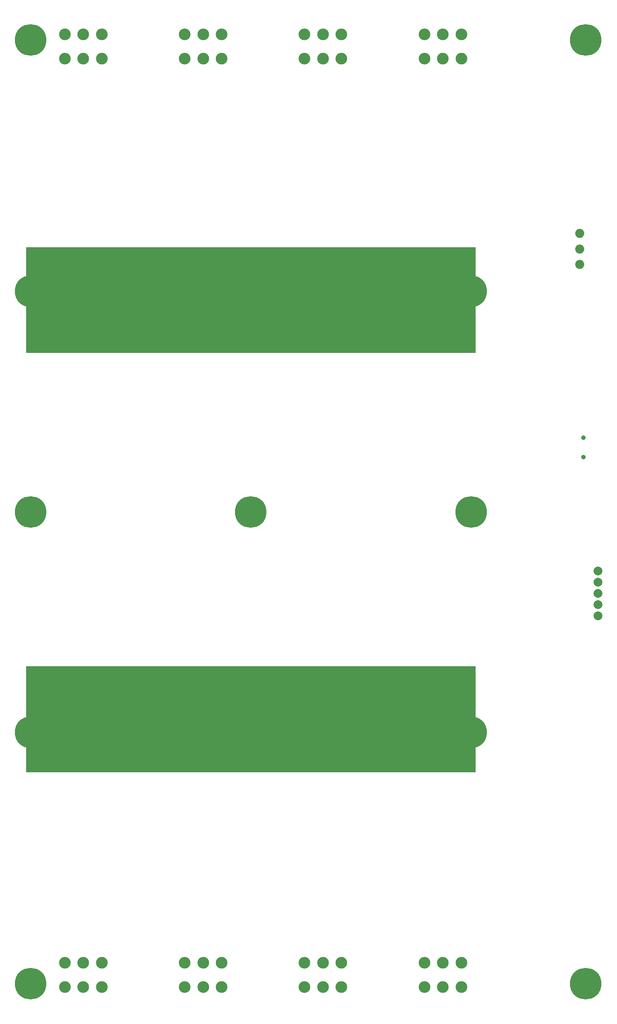
<source format=gbs>
%FSLAX25Y25*%
%MOIN*%
G70*
G01*
G75*
G04 Layer_Color=16711935*
%ADD10R,0.02165X0.00787*%
G04:AMPARAMS|DCode=11|XSize=68.9mil|YSize=55.12mil|CornerRadius=7.99mil|HoleSize=0mil|Usage=FLASHONLY|Rotation=0.000|XOffset=0mil|YOffset=0mil|HoleType=Round|Shape=RoundedRectangle|*
%AMROUNDEDRECTD11*
21,1,0.06890,0.03913,0,0,0.0*
21,1,0.05291,0.05512,0,0,0.0*
1,1,0.01598,0.02646,-0.01957*
1,1,0.01598,-0.02646,-0.01957*
1,1,0.01598,-0.02646,0.01957*
1,1,0.01598,0.02646,0.01957*
%
%ADD11ROUNDEDRECTD11*%
G04:AMPARAMS|DCode=12|XSize=55.12mil|YSize=47.24mil|CornerRadius=7.8mil|HoleSize=0mil|Usage=FLASHONLY|Rotation=0.000|XOffset=0mil|YOffset=0mil|HoleType=Round|Shape=RoundedRectangle|*
%AMROUNDEDRECTD12*
21,1,0.05512,0.03165,0,0,0.0*
21,1,0.03953,0.04724,0,0,0.0*
1,1,0.01559,0.01976,-0.01583*
1,1,0.01559,-0.01976,-0.01583*
1,1,0.01559,-0.01976,0.01583*
1,1,0.01559,0.01976,0.01583*
%
%ADD12ROUNDEDRECTD12*%
G04:AMPARAMS|DCode=13|XSize=45.28mil|YSize=41.34mil|CornerRadius=7.85mil|HoleSize=0mil|Usage=FLASHONLY|Rotation=0.000|XOffset=0mil|YOffset=0mil|HoleType=Round|Shape=RoundedRectangle|*
%AMROUNDEDRECTD13*
21,1,0.04528,0.02563,0,0,0.0*
21,1,0.02957,0.04134,0,0,0.0*
1,1,0.01571,0.01478,-0.01282*
1,1,0.01571,-0.01478,-0.01282*
1,1,0.01571,-0.01478,0.01282*
1,1,0.01571,0.01478,0.01282*
%
%ADD13ROUNDEDRECTD13*%
G04:AMPARAMS|DCode=14|XSize=200.79mil|YSize=171.26mil|CornerRadius=7.71mil|HoleSize=0mil|Usage=FLASHONLY|Rotation=180.000|XOffset=0mil|YOffset=0mil|HoleType=Round|Shape=RoundedRectangle|*
%AMROUNDEDRECTD14*
21,1,0.20079,0.15585,0,0,180.0*
21,1,0.18537,0.17126,0,0,180.0*
1,1,0.01541,-0.09269,0.07792*
1,1,0.01541,0.09269,0.07792*
1,1,0.01541,0.09269,-0.07792*
1,1,0.01541,-0.09269,-0.07792*
%
%ADD14ROUNDEDRECTD14*%
%ADD15C,0.03937*%
%ADD16C,0.01772*%
G04:AMPARAMS|DCode=17|XSize=57.09mil|YSize=19.69mil|CornerRadius=7.87mil|HoleSize=0mil|Usage=FLASHONLY|Rotation=270.000|XOffset=0mil|YOffset=0mil|HoleType=Round|Shape=RoundedRectangle|*
%AMROUNDEDRECTD17*
21,1,0.05709,0.00394,0,0,270.0*
21,1,0.04134,0.01969,0,0,270.0*
1,1,0.01575,-0.00197,-0.02067*
1,1,0.01575,-0.00197,0.02067*
1,1,0.01575,0.00197,0.02067*
1,1,0.01575,0.00197,-0.02067*
%
%ADD17ROUNDEDRECTD17*%
%ADD18O,0.05906X0.01181*%
%ADD19O,0.01181X0.05906*%
G04:AMPARAMS|DCode=20|XSize=90.55mil|YSize=19.69mil|CornerRadius=7.87mil|HoleSize=0mil|Usage=FLASHONLY|Rotation=180.000|XOffset=0mil|YOffset=0mil|HoleType=Round|Shape=RoundedRectangle|*
%AMROUNDEDRECTD20*
21,1,0.09055,0.00394,0,0,180.0*
21,1,0.07480,0.01969,0,0,180.0*
1,1,0.01575,-0.03740,0.00197*
1,1,0.01575,0.03740,0.00197*
1,1,0.01575,0.03740,-0.00197*
1,1,0.01575,-0.03740,-0.00197*
%
%ADD20ROUNDEDRECTD20*%
G04:AMPARAMS|DCode=21|XSize=98.43mil|YSize=78.74mil|CornerRadius=7.87mil|HoleSize=0mil|Usage=FLASHONLY|Rotation=180.000|XOffset=0mil|YOffset=0mil|HoleType=Round|Shape=RoundedRectangle|*
%AMROUNDEDRECTD21*
21,1,0.09843,0.06299,0,0,180.0*
21,1,0.08268,0.07874,0,0,180.0*
1,1,0.01575,-0.04134,0.03150*
1,1,0.01575,0.04134,0.03150*
1,1,0.01575,0.04134,-0.03150*
1,1,0.01575,-0.04134,-0.03150*
%
%ADD21ROUNDEDRECTD21*%
G04:AMPARAMS|DCode=22|XSize=41.34mil|YSize=25.59mil|CornerRadius=7.93mil|HoleSize=0mil|Usage=FLASHONLY|Rotation=180.000|XOffset=0mil|YOffset=0mil|HoleType=Round|Shape=RoundedRectangle|*
%AMROUNDEDRECTD22*
21,1,0.04134,0.00972,0,0,180.0*
21,1,0.02547,0.02559,0,0,180.0*
1,1,0.01587,-0.01274,0.00486*
1,1,0.01587,0.01274,0.00486*
1,1,0.01587,0.01274,-0.00486*
1,1,0.01587,-0.01274,-0.00486*
%
%ADD22ROUNDEDRECTD22*%
G04:AMPARAMS|DCode=23|XSize=192.91mil|YSize=62.99mil|CornerRadius=7.87mil|HoleSize=0mil|Usage=FLASHONLY|Rotation=180.000|XOffset=0mil|YOffset=0mil|HoleType=Round|Shape=RoundedRectangle|*
%AMROUNDEDRECTD23*
21,1,0.19291,0.04724,0,0,180.0*
21,1,0.17716,0.06299,0,0,180.0*
1,1,0.01575,-0.08858,0.02362*
1,1,0.01575,0.08858,0.02362*
1,1,0.01575,0.08858,-0.02362*
1,1,0.01575,-0.08858,-0.02362*
%
%ADD23ROUNDEDRECTD23*%
G04:AMPARAMS|DCode=24|XSize=112.21mil|YSize=39.37mil|CornerRadius=7.87mil|HoleSize=0mil|Usage=FLASHONLY|Rotation=0.000|XOffset=0mil|YOffset=0mil|HoleType=Round|Shape=RoundedRectangle|*
%AMROUNDEDRECTD24*
21,1,0.11221,0.02362,0,0,0.0*
21,1,0.09646,0.03937,0,0,0.0*
1,1,0.01575,0.04823,-0.01181*
1,1,0.01575,-0.04823,-0.01181*
1,1,0.01575,-0.04823,0.01181*
1,1,0.01575,0.04823,0.01181*
%
%ADD24ROUNDEDRECTD24*%
G04:AMPARAMS|DCode=25|XSize=253.94mil|YSize=236.22mil|CornerRadius=8.27mil|HoleSize=0mil|Usage=FLASHONLY|Rotation=0.000|XOffset=0mil|YOffset=0mil|HoleType=Round|Shape=RoundedRectangle|*
%AMROUNDEDRECTD25*
21,1,0.25394,0.21968,0,0,0.0*
21,1,0.23740,0.23622,0,0,0.0*
1,1,0.01654,0.11870,-0.10984*
1,1,0.01654,-0.11870,-0.10984*
1,1,0.01654,-0.11870,0.10984*
1,1,0.01654,0.11870,0.10984*
%
%ADD25ROUNDEDRECTD25*%
G04:AMPARAMS|DCode=26|XSize=358.27mil|YSize=340.55mil|CornerRadius=8.51mil|HoleSize=0mil|Usage=FLASHONLY|Rotation=90.000|XOffset=0mil|YOffset=0mil|HoleType=Round|Shape=RoundedRectangle|*
%AMROUNDEDRECTD26*
21,1,0.35827,0.32352,0,0,90.0*
21,1,0.34124,0.34055,0,0,90.0*
1,1,0.01703,0.16176,0.17062*
1,1,0.01703,0.16176,-0.17062*
1,1,0.01703,-0.16176,-0.17062*
1,1,0.01703,-0.16176,0.17062*
%
%ADD26ROUNDEDRECTD26*%
G04:AMPARAMS|DCode=27|XSize=147.64mil|YSize=41.34mil|CornerRadius=7.85mil|HoleSize=0mil|Usage=FLASHONLY|Rotation=0.000|XOffset=0mil|YOffset=0mil|HoleType=Round|Shape=RoundedRectangle|*
%AMROUNDEDRECTD27*
21,1,0.14764,0.02563,0,0,0.0*
21,1,0.13193,0.04134,0,0,0.0*
1,1,0.01571,0.06597,-0.01282*
1,1,0.01571,-0.06597,-0.01282*
1,1,0.01571,-0.06597,0.01282*
1,1,0.01571,0.06597,0.01282*
%
%ADD27ROUNDEDRECTD27*%
%ADD28C,0.00787*%
%ADD29O,0.03347X0.00984*%
%ADD30O,0.05512X0.02362*%
%ADD31O,0.02362X0.05512*%
%ADD32O,0.06102X0.02362*%
%ADD33O,0.02362X0.06102*%
G04:AMPARAMS|DCode=34|XSize=25.59mil|YSize=19.69mil|CornerRadius=7.87mil|HoleSize=0mil|Usage=FLASHONLY|Rotation=0.000|XOffset=0mil|YOffset=0mil|HoleType=Round|Shape=RoundedRectangle|*
%AMROUNDEDRECTD34*
21,1,0.02559,0.00394,0,0,0.0*
21,1,0.00984,0.01969,0,0,0.0*
1,1,0.01575,0.00492,-0.00197*
1,1,0.01575,-0.00492,-0.00197*
1,1,0.01575,-0.00492,0.00197*
1,1,0.01575,0.00492,0.00197*
%
%ADD34ROUNDEDRECTD34*%
G04:AMPARAMS|DCode=35|XSize=106.3mil|YSize=45.28mil|CornerRadius=7.92mil|HoleSize=0mil|Usage=FLASHONLY|Rotation=0.000|XOffset=0mil|YOffset=0mil|HoleType=Round|Shape=RoundedRectangle|*
%AMROUNDEDRECTD35*
21,1,0.10630,0.02943,0,0,0.0*
21,1,0.09045,0.04528,0,0,0.0*
1,1,0.01585,0.04523,-0.01472*
1,1,0.01585,-0.04523,-0.01472*
1,1,0.01585,-0.04523,0.01472*
1,1,0.01585,0.04523,0.01472*
%
%ADD35ROUNDEDRECTD35*%
G04:AMPARAMS|DCode=36|XSize=106.3mil|YSize=45.28mil|CornerRadius=7.92mil|HoleSize=0mil|Usage=FLASHONLY|Rotation=270.000|XOffset=0mil|YOffset=0mil|HoleType=Round|Shape=RoundedRectangle|*
%AMROUNDEDRECTD36*
21,1,0.10630,0.02943,0,0,270.0*
21,1,0.09045,0.04528,0,0,270.0*
1,1,0.01585,-0.01472,-0.04523*
1,1,0.01585,-0.01472,0.04523*
1,1,0.01585,0.01472,0.04523*
1,1,0.01585,0.01472,-0.04523*
%
%ADD36ROUNDEDRECTD36*%
G04:AMPARAMS|DCode=37|XSize=57.09mil|YSize=45.28mil|CornerRadius=7.92mil|HoleSize=0mil|Usage=FLASHONLY|Rotation=0.000|XOffset=0mil|YOffset=0mil|HoleType=Round|Shape=RoundedRectangle|*
%AMROUNDEDRECTD37*
21,1,0.05709,0.02943,0,0,0.0*
21,1,0.04124,0.04528,0,0,0.0*
1,1,0.01585,0.02062,-0.01472*
1,1,0.01585,-0.02062,-0.01472*
1,1,0.01585,-0.02062,0.01472*
1,1,0.01585,0.02062,0.01472*
%
%ADD37ROUNDEDRECTD37*%
G04:AMPARAMS|DCode=38|XSize=57.09mil|YSize=45.28mil|CornerRadius=7.92mil|HoleSize=0mil|Usage=FLASHONLY|Rotation=90.000|XOffset=0mil|YOffset=0mil|HoleType=Round|Shape=RoundedRectangle|*
%AMROUNDEDRECTD38*
21,1,0.05709,0.02943,0,0,90.0*
21,1,0.04124,0.04528,0,0,90.0*
1,1,0.01585,0.01472,0.02062*
1,1,0.01585,0.01472,-0.02062*
1,1,0.01585,-0.01472,-0.02062*
1,1,0.01585,-0.01472,0.02062*
%
%ADD38ROUNDEDRECTD38*%
G04:AMPARAMS|DCode=39|XSize=68.9mil|YSize=41.34mil|CornerRadius=7.85mil|HoleSize=0mil|Usage=FLASHONLY|Rotation=270.000|XOffset=0mil|YOffset=0mil|HoleType=Round|Shape=RoundedRectangle|*
%AMROUNDEDRECTD39*
21,1,0.06890,0.02563,0,0,270.0*
21,1,0.05319,0.04134,0,0,270.0*
1,1,0.01571,-0.01282,-0.02660*
1,1,0.01571,-0.01282,0.02660*
1,1,0.01571,0.01282,0.02660*
1,1,0.01571,0.01282,-0.02660*
%
%ADD39ROUNDEDRECTD39*%
G04:AMPARAMS|DCode=40|XSize=68.9mil|YSize=41.34mil|CornerRadius=7.85mil|HoleSize=0mil|Usage=FLASHONLY|Rotation=180.000|XOffset=0mil|YOffset=0mil|HoleType=Round|Shape=RoundedRectangle|*
%AMROUNDEDRECTD40*
21,1,0.06890,0.02563,0,0,180.0*
21,1,0.05319,0.04134,0,0,180.0*
1,1,0.01571,-0.02660,0.01282*
1,1,0.01571,0.02660,0.01282*
1,1,0.01571,0.02660,-0.01282*
1,1,0.01571,-0.02660,-0.01282*
%
%ADD40ROUNDEDRECTD40*%
G04:AMPARAMS|DCode=41|XSize=47.24mil|YSize=47.24mil|CornerRadius=7.8mil|HoleSize=0mil|Usage=FLASHONLY|Rotation=0.000|XOffset=0mil|YOffset=0mil|HoleType=Round|Shape=RoundedRectangle|*
%AMROUNDEDRECTD41*
21,1,0.04724,0.03165,0,0,0.0*
21,1,0.03165,0.04724,0,0,0.0*
1,1,0.01559,0.01583,-0.01583*
1,1,0.01559,-0.01583,-0.01583*
1,1,0.01559,-0.01583,0.01583*
1,1,0.01559,0.01583,0.01583*
%
%ADD41ROUNDEDRECTD41*%
G04:AMPARAMS|DCode=42|XSize=39.37mil|YSize=35.43mil|CornerRadius=7.8mil|HoleSize=0mil|Usage=FLASHONLY|Rotation=0.000|XOffset=0mil|YOffset=0mil|HoleType=Round|Shape=RoundedRectangle|*
%AMROUNDEDRECTD42*
21,1,0.03937,0.01984,0,0,0.0*
21,1,0.02378,0.03543,0,0,0.0*
1,1,0.01559,0.01189,-0.00992*
1,1,0.01559,-0.01189,-0.00992*
1,1,0.01559,-0.01189,0.00992*
1,1,0.01559,0.01189,0.00992*
%
%ADD42ROUNDEDRECTD42*%
G04:AMPARAMS|DCode=43|XSize=39.37mil|YSize=35.43mil|CornerRadius=7.8mil|HoleSize=0mil|Usage=FLASHONLY|Rotation=270.000|XOffset=0mil|YOffset=0mil|HoleType=Round|Shape=RoundedRectangle|*
%AMROUNDEDRECTD43*
21,1,0.03937,0.01984,0,0,270.0*
21,1,0.02378,0.03543,0,0,270.0*
1,1,0.01559,-0.00992,-0.01189*
1,1,0.01559,-0.00992,0.01189*
1,1,0.01559,0.00992,0.01189*
1,1,0.01559,0.00992,-0.01189*
%
%ADD43ROUNDEDRECTD43*%
G04:AMPARAMS|DCode=44|XSize=39.37mil|YSize=37.4mil|CornerRadius=7.85mil|HoleSize=0mil|Usage=FLASHONLY|Rotation=270.000|XOffset=0mil|YOffset=0mil|HoleType=Round|Shape=RoundedRectangle|*
%AMROUNDEDRECTD44*
21,1,0.03937,0.02169,0,0,270.0*
21,1,0.02366,0.03740,0,0,270.0*
1,1,0.01571,-0.01085,-0.01183*
1,1,0.01571,-0.01085,0.01183*
1,1,0.01571,0.01085,0.01183*
1,1,0.01571,0.01085,-0.01183*
%
%ADD44ROUNDEDRECTD44*%
G04:AMPARAMS|DCode=45|XSize=39.37mil|YSize=37.4mil|CornerRadius=7.85mil|HoleSize=0mil|Usage=FLASHONLY|Rotation=0.000|XOffset=0mil|YOffset=0mil|HoleType=Round|Shape=RoundedRectangle|*
%AMROUNDEDRECTD45*
21,1,0.03937,0.02169,0,0,0.0*
21,1,0.02366,0.03740,0,0,0.0*
1,1,0.01571,0.01183,-0.01085*
1,1,0.01571,-0.01183,-0.01085*
1,1,0.01571,-0.01183,0.01085*
1,1,0.01571,0.01183,0.01085*
%
%ADD45ROUNDEDRECTD45*%
G04:AMPARAMS|DCode=46|XSize=24.41mil|YSize=24.41mil|CornerRadius=5.86mil|HoleSize=0mil|Usage=FLASHONLY|Rotation=0.000|XOffset=0mil|YOffset=0mil|HoleType=Round|Shape=RoundedRectangle|*
%AMROUNDEDRECTD46*
21,1,0.02441,0.01269,0,0,0.0*
21,1,0.01269,0.02441,0,0,0.0*
1,1,0.01172,0.00635,-0.00635*
1,1,0.01172,-0.00635,-0.00635*
1,1,0.01172,-0.00635,0.00635*
1,1,0.01172,0.00635,0.00635*
%
%ADD46ROUNDEDRECTD46*%
G04:AMPARAMS|DCode=47|XSize=24.41mil|YSize=24.41mil|CornerRadius=5.86mil|HoleSize=0mil|Usage=FLASHONLY|Rotation=270.000|XOffset=0mil|YOffset=0mil|HoleType=Round|Shape=RoundedRectangle|*
%AMROUNDEDRECTD47*
21,1,0.02441,0.01269,0,0,270.0*
21,1,0.01269,0.02441,0,0,270.0*
1,1,0.01172,-0.00635,-0.00635*
1,1,0.01172,-0.00635,0.00635*
1,1,0.01172,0.00635,0.00635*
1,1,0.01172,0.00635,-0.00635*
%
%ADD47ROUNDEDRECTD47*%
G04:AMPARAMS|DCode=48|XSize=17.32mil|YSize=16.54mil|CornerRadius=3.97mil|HoleSize=0mil|Usage=FLASHONLY|Rotation=0.000|XOffset=0mil|YOffset=0mil|HoleType=Round|Shape=RoundedRectangle|*
%AMROUNDEDRECTD48*
21,1,0.01732,0.00860,0,0,0.0*
21,1,0.00939,0.01654,0,0,0.0*
1,1,0.00794,0.00469,-0.00430*
1,1,0.00794,-0.00469,-0.00430*
1,1,0.00794,-0.00469,0.00430*
1,1,0.00794,0.00469,0.00430*
%
%ADD48ROUNDEDRECTD48*%
G04:AMPARAMS|DCode=49|XSize=43.31mil|YSize=21.65mil|CornerRadius=7.9mil|HoleSize=0mil|Usage=FLASHONLY|Rotation=270.000|XOffset=0mil|YOffset=0mil|HoleType=Round|Shape=RoundedRectangle|*
%AMROUNDEDRECTD49*
21,1,0.04331,0.00585,0,0,270.0*
21,1,0.02750,0.02165,0,0,270.0*
1,1,0.01581,-0.00292,-0.01375*
1,1,0.01581,-0.00292,0.01375*
1,1,0.01581,0.00292,0.01375*
1,1,0.01581,0.00292,-0.01375*
%
%ADD49ROUNDEDRECTD49*%
G04:AMPARAMS|DCode=50|XSize=43.31mil|YSize=21.65mil|CornerRadius=7.9mil|HoleSize=0mil|Usage=FLASHONLY|Rotation=180.000|XOffset=0mil|YOffset=0mil|HoleType=Round|Shape=RoundedRectangle|*
%AMROUNDEDRECTD50*
21,1,0.04331,0.00585,0,0,180.0*
21,1,0.02750,0.02165,0,0,180.0*
1,1,0.01581,-0.01375,0.00292*
1,1,0.01581,0.01375,0.00292*
1,1,0.01581,0.01375,-0.00292*
1,1,0.01581,-0.01375,-0.00292*
%
%ADD50ROUNDEDRECTD50*%
G04:AMPARAMS|DCode=51|XSize=129.92mil|YSize=98.43mil|CornerRadius=7.87mil|HoleSize=0mil|Usage=FLASHONLY|Rotation=0.000|XOffset=0mil|YOffset=0mil|HoleType=Round|Shape=RoundedRectangle|*
%AMROUNDEDRECTD51*
21,1,0.12992,0.08268,0,0,0.0*
21,1,0.11417,0.09843,0,0,0.0*
1,1,0.01575,0.05709,-0.04134*
1,1,0.01575,-0.05709,-0.04134*
1,1,0.01575,-0.05709,0.04134*
1,1,0.01575,0.05709,0.04134*
%
%ADD51ROUNDEDRECTD51*%
G04:AMPARAMS|DCode=52|XSize=98.43mil|YSize=66.93mil|CornerRadius=8.03mil|HoleSize=0mil|Usage=FLASHONLY|Rotation=90.000|XOffset=0mil|YOffset=0mil|HoleType=Round|Shape=RoundedRectangle|*
%AMROUNDEDRECTD52*
21,1,0.09843,0.05087,0,0,90.0*
21,1,0.08236,0.06693,0,0,90.0*
1,1,0.01606,0.02543,0.04118*
1,1,0.01606,0.02543,-0.04118*
1,1,0.01606,-0.02543,-0.04118*
1,1,0.01606,-0.02543,0.04118*
%
%ADD52ROUNDEDRECTD52*%
%ADD53C,0.01969*%
%ADD54C,0.00984*%
%ADD55C,0.01181*%
%ADD56C,0.00787*%
%ADD57C,0.03937*%
%ADD58C,0.00591*%
%ADD59C,0.00512*%
%ADD60C,0.01969*%
%ADD61C,0.07284*%
%ADD62C,0.09843*%
%ADD63C,0.07480*%
%ADD64C,0.27559*%
%ADD65C,0.02362*%
%ADD66C,0.00394*%
%ADD67C,0.00197*%
%ADD68C,0.19685*%
%ADD69C,0.00098*%
%ADD70C,0.00167*%
%ADD71C,0.00148*%
%ADD72C,0.00000*%
%ADD73R,0.02559X0.01181*%
G04:AMPARAMS|DCode=74|XSize=74.8mil|YSize=61.02mil|CornerRadius=10.95mil|HoleSize=0mil|Usage=FLASHONLY|Rotation=0.000|XOffset=0mil|YOffset=0mil|HoleType=Round|Shape=RoundedRectangle|*
%AMROUNDEDRECTD74*
21,1,0.07480,0.03913,0,0,0.0*
21,1,0.05291,0.06102,0,0,0.0*
1,1,0.02189,0.02646,-0.01957*
1,1,0.02189,-0.02646,-0.01957*
1,1,0.02189,-0.02646,0.01957*
1,1,0.02189,0.02646,0.01957*
%
%ADD74ROUNDEDRECTD74*%
G04:AMPARAMS|DCode=75|XSize=61.02mil|YSize=53.15mil|CornerRadius=10.75mil|HoleSize=0mil|Usage=FLASHONLY|Rotation=0.000|XOffset=0mil|YOffset=0mil|HoleType=Round|Shape=RoundedRectangle|*
%AMROUNDEDRECTD75*
21,1,0.06102,0.03165,0,0,0.0*
21,1,0.03953,0.05315,0,0,0.0*
1,1,0.02150,0.01976,-0.01583*
1,1,0.02150,-0.01976,-0.01583*
1,1,0.02150,-0.01976,0.01583*
1,1,0.02150,0.01976,0.01583*
%
%ADD75ROUNDEDRECTD75*%
G04:AMPARAMS|DCode=76|XSize=51.18mil|YSize=47.24mil|CornerRadius=10.81mil|HoleSize=0mil|Usage=FLASHONLY|Rotation=0.000|XOffset=0mil|YOffset=0mil|HoleType=Round|Shape=RoundedRectangle|*
%AMROUNDEDRECTD76*
21,1,0.05118,0.02563,0,0,0.0*
21,1,0.02957,0.04724,0,0,0.0*
1,1,0.02161,0.01478,-0.01282*
1,1,0.02161,-0.01478,-0.01282*
1,1,0.02161,-0.01478,0.01282*
1,1,0.02161,0.01478,0.01282*
%
%ADD76ROUNDEDRECTD76*%
G04:AMPARAMS|DCode=77|XSize=206.69mil|YSize=177.16mil|CornerRadius=10.66mil|HoleSize=0mil|Usage=FLASHONLY|Rotation=180.000|XOffset=0mil|YOffset=0mil|HoleType=Round|Shape=RoundedRectangle|*
%AMROUNDEDRECTD77*
21,1,0.20669,0.15585,0,0,180.0*
21,1,0.18537,0.17716,0,0,180.0*
1,1,0.02132,-0.09269,0.07792*
1,1,0.02132,0.09269,0.07792*
1,1,0.02132,0.09269,-0.07792*
1,1,0.02132,-0.09269,-0.07792*
%
%ADD77ROUNDEDRECTD77*%
%ADD78C,0.07874*%
%ADD79C,0.02572*%
G04:AMPARAMS|DCode=80|XSize=62.99mil|YSize=25.59mil|CornerRadius=10.83mil|HoleSize=0mil|Usage=FLASHONLY|Rotation=270.000|XOffset=0mil|YOffset=0mil|HoleType=Round|Shape=RoundedRectangle|*
%AMROUNDEDRECTD80*
21,1,0.06299,0.00394,0,0,270.0*
21,1,0.04134,0.02559,0,0,270.0*
1,1,0.02165,-0.00197,-0.02067*
1,1,0.02165,-0.00197,0.02067*
1,1,0.02165,0.00197,0.02067*
1,1,0.02165,0.00197,-0.02067*
%
%ADD80ROUNDEDRECTD80*%
%ADD81O,0.06299X0.01575*%
%ADD82O,0.01575X0.06299*%
G04:AMPARAMS|DCode=83|XSize=96.46mil|YSize=25.59mil|CornerRadius=10.83mil|HoleSize=0mil|Usage=FLASHONLY|Rotation=180.000|XOffset=0mil|YOffset=0mil|HoleType=Round|Shape=RoundedRectangle|*
%AMROUNDEDRECTD83*
21,1,0.09646,0.00394,0,0,180.0*
21,1,0.07480,0.02559,0,0,180.0*
1,1,0.02165,-0.03740,0.00197*
1,1,0.02165,0.03740,0.00197*
1,1,0.02165,0.03740,-0.00197*
1,1,0.02165,-0.03740,-0.00197*
%
%ADD83ROUNDEDRECTD83*%
G04:AMPARAMS|DCode=84|XSize=104.33mil|YSize=84.65mil|CornerRadius=10.83mil|HoleSize=0mil|Usage=FLASHONLY|Rotation=180.000|XOffset=0mil|YOffset=0mil|HoleType=Round|Shape=RoundedRectangle|*
%AMROUNDEDRECTD84*
21,1,0.10433,0.06299,0,0,180.0*
21,1,0.08268,0.08465,0,0,180.0*
1,1,0.02165,-0.04134,0.03150*
1,1,0.02165,0.04134,0.03150*
1,1,0.02165,0.04134,-0.03150*
1,1,0.02165,-0.04134,-0.03150*
%
%ADD84ROUNDEDRECTD84*%
G04:AMPARAMS|DCode=85|XSize=47.24mil|YSize=31.5mil|CornerRadius=10.89mil|HoleSize=0mil|Usage=FLASHONLY|Rotation=180.000|XOffset=0mil|YOffset=0mil|HoleType=Round|Shape=RoundedRectangle|*
%AMROUNDEDRECTD85*
21,1,0.04724,0.00972,0,0,180.0*
21,1,0.02547,0.03150,0,0,180.0*
1,1,0.02177,-0.01274,0.00486*
1,1,0.02177,0.01274,0.00486*
1,1,0.02177,0.01274,-0.00486*
1,1,0.02177,-0.01274,-0.00486*
%
%ADD85ROUNDEDRECTD85*%
G04:AMPARAMS|DCode=86|XSize=198.82mil|YSize=68.9mil|CornerRadius=10.83mil|HoleSize=0mil|Usage=FLASHONLY|Rotation=180.000|XOffset=0mil|YOffset=0mil|HoleType=Round|Shape=RoundedRectangle|*
%AMROUNDEDRECTD86*
21,1,0.19882,0.04724,0,0,180.0*
21,1,0.17716,0.06890,0,0,180.0*
1,1,0.02165,-0.08858,0.02362*
1,1,0.02165,0.08858,0.02362*
1,1,0.02165,0.08858,-0.02362*
1,1,0.02165,-0.08858,-0.02362*
%
%ADD86ROUNDEDRECTD86*%
G04:AMPARAMS|DCode=87|XSize=118.11mil|YSize=45.28mil|CornerRadius=10.83mil|HoleSize=0mil|Usage=FLASHONLY|Rotation=0.000|XOffset=0mil|YOffset=0mil|HoleType=Round|Shape=RoundedRectangle|*
%AMROUNDEDRECTD87*
21,1,0.11811,0.02362,0,0,0.0*
21,1,0.09646,0.04528,0,0,0.0*
1,1,0.02165,0.04823,-0.01181*
1,1,0.02165,-0.04823,-0.01181*
1,1,0.02165,-0.04823,0.01181*
1,1,0.02165,0.04823,0.01181*
%
%ADD87ROUNDEDRECTD87*%
G04:AMPARAMS|DCode=88|XSize=259.84mil|YSize=242.13mil|CornerRadius=11.22mil|HoleSize=0mil|Usage=FLASHONLY|Rotation=0.000|XOffset=0mil|YOffset=0mil|HoleType=Round|Shape=RoundedRectangle|*
%AMROUNDEDRECTD88*
21,1,0.25984,0.21968,0,0,0.0*
21,1,0.23740,0.24213,0,0,0.0*
1,1,0.02244,0.11870,-0.10984*
1,1,0.02244,-0.11870,-0.10984*
1,1,0.02244,-0.11870,0.10984*
1,1,0.02244,0.11870,0.10984*
%
%ADD88ROUNDEDRECTD88*%
G04:AMPARAMS|DCode=89|XSize=364.17mil|YSize=346.46mil|CornerRadius=11.47mil|HoleSize=0mil|Usage=FLASHONLY|Rotation=90.000|XOffset=0mil|YOffset=0mil|HoleType=Round|Shape=RoundedRectangle|*
%AMROUNDEDRECTD89*
21,1,0.36417,0.32352,0,0,90.0*
21,1,0.34124,0.34646,0,0,90.0*
1,1,0.02293,0.16176,0.17062*
1,1,0.02293,0.16176,-0.17062*
1,1,0.02293,-0.16176,-0.17062*
1,1,0.02293,-0.16176,0.17062*
%
%ADD89ROUNDEDRECTD89*%
G04:AMPARAMS|DCode=90|XSize=153.54mil|YSize=47.24mil|CornerRadius=10.81mil|HoleSize=0mil|Usage=FLASHONLY|Rotation=0.000|XOffset=0mil|YOffset=0mil|HoleType=Round|Shape=RoundedRectangle|*
%AMROUNDEDRECTD90*
21,1,0.15354,0.02563,0,0,0.0*
21,1,0.13193,0.04724,0,0,0.0*
1,1,0.02161,0.06597,-0.01282*
1,1,0.02161,-0.06597,-0.01282*
1,1,0.02161,-0.06597,0.01282*
1,1,0.02161,0.06597,0.01282*
%
%ADD90ROUNDEDRECTD90*%
%ADD91C,0.01587*%
%ADD92O,0.03740X0.01378*%
%ADD93O,0.06102X0.02953*%
%ADD94O,0.02953X0.06102*%
%ADD95O,0.06693X0.02953*%
%ADD96O,0.02953X0.06693*%
G04:AMPARAMS|DCode=97|XSize=31.5mil|YSize=25.59mil|CornerRadius=10.83mil|HoleSize=0mil|Usage=FLASHONLY|Rotation=0.000|XOffset=0mil|YOffset=0mil|HoleType=Round|Shape=RoundedRectangle|*
%AMROUNDEDRECTD97*
21,1,0.03150,0.00394,0,0,0.0*
21,1,0.00984,0.02559,0,0,0.0*
1,1,0.02165,0.00492,-0.00197*
1,1,0.02165,-0.00492,-0.00197*
1,1,0.02165,-0.00492,0.00197*
1,1,0.02165,0.00492,0.00197*
%
%ADD97ROUNDEDRECTD97*%
G04:AMPARAMS|DCode=98|XSize=112.21mil|YSize=51.18mil|CornerRadius=10.88mil|HoleSize=0mil|Usage=FLASHONLY|Rotation=0.000|XOffset=0mil|YOffset=0mil|HoleType=Round|Shape=RoundedRectangle|*
%AMROUNDEDRECTD98*
21,1,0.11221,0.02943,0,0,0.0*
21,1,0.09045,0.05118,0,0,0.0*
1,1,0.02175,0.04523,-0.01472*
1,1,0.02175,-0.04523,-0.01472*
1,1,0.02175,-0.04523,0.01472*
1,1,0.02175,0.04523,0.01472*
%
%ADD98ROUNDEDRECTD98*%
G04:AMPARAMS|DCode=99|XSize=112.21mil|YSize=51.18mil|CornerRadius=10.88mil|HoleSize=0mil|Usage=FLASHONLY|Rotation=270.000|XOffset=0mil|YOffset=0mil|HoleType=Round|Shape=RoundedRectangle|*
%AMROUNDEDRECTD99*
21,1,0.11221,0.02943,0,0,270.0*
21,1,0.09045,0.05118,0,0,270.0*
1,1,0.02175,-0.01472,-0.04523*
1,1,0.02175,-0.01472,0.04523*
1,1,0.02175,0.01472,0.04523*
1,1,0.02175,0.01472,-0.04523*
%
%ADD99ROUNDEDRECTD99*%
G04:AMPARAMS|DCode=100|XSize=62.99mil|YSize=51.18mil|CornerRadius=10.88mil|HoleSize=0mil|Usage=FLASHONLY|Rotation=0.000|XOffset=0mil|YOffset=0mil|HoleType=Round|Shape=RoundedRectangle|*
%AMROUNDEDRECTD100*
21,1,0.06299,0.02943,0,0,0.0*
21,1,0.04124,0.05118,0,0,0.0*
1,1,0.02175,0.02062,-0.01472*
1,1,0.02175,-0.02062,-0.01472*
1,1,0.02175,-0.02062,0.01472*
1,1,0.02175,0.02062,0.01472*
%
%ADD100ROUNDEDRECTD100*%
G04:AMPARAMS|DCode=101|XSize=62.99mil|YSize=51.18mil|CornerRadius=10.88mil|HoleSize=0mil|Usage=FLASHONLY|Rotation=90.000|XOffset=0mil|YOffset=0mil|HoleType=Round|Shape=RoundedRectangle|*
%AMROUNDEDRECTD101*
21,1,0.06299,0.02943,0,0,90.0*
21,1,0.04124,0.05118,0,0,90.0*
1,1,0.02175,0.01472,0.02062*
1,1,0.02175,0.01472,-0.02062*
1,1,0.02175,-0.01472,-0.02062*
1,1,0.02175,-0.01472,0.02062*
%
%ADD101ROUNDEDRECTD101*%
G04:AMPARAMS|DCode=102|XSize=74.8mil|YSize=47.24mil|CornerRadius=10.81mil|HoleSize=0mil|Usage=FLASHONLY|Rotation=270.000|XOffset=0mil|YOffset=0mil|HoleType=Round|Shape=RoundedRectangle|*
%AMROUNDEDRECTD102*
21,1,0.07480,0.02563,0,0,270.0*
21,1,0.05319,0.04724,0,0,270.0*
1,1,0.02161,-0.01282,-0.02660*
1,1,0.02161,-0.01282,0.02660*
1,1,0.02161,0.01282,0.02660*
1,1,0.02161,0.01282,-0.02660*
%
%ADD102ROUNDEDRECTD102*%
G04:AMPARAMS|DCode=103|XSize=74.8mil|YSize=47.24mil|CornerRadius=10.81mil|HoleSize=0mil|Usage=FLASHONLY|Rotation=180.000|XOffset=0mil|YOffset=0mil|HoleType=Round|Shape=RoundedRectangle|*
%AMROUNDEDRECTD103*
21,1,0.07480,0.02563,0,0,180.0*
21,1,0.05319,0.04724,0,0,180.0*
1,1,0.02161,-0.02660,0.01282*
1,1,0.02161,0.02660,0.01282*
1,1,0.02161,0.02660,-0.01282*
1,1,0.02161,-0.02660,-0.01282*
%
%ADD103ROUNDEDRECTD103*%
G04:AMPARAMS|DCode=104|XSize=53.15mil|YSize=53.15mil|CornerRadius=10.75mil|HoleSize=0mil|Usage=FLASHONLY|Rotation=0.000|XOffset=0mil|YOffset=0mil|HoleType=Round|Shape=RoundedRectangle|*
%AMROUNDEDRECTD104*
21,1,0.05315,0.03165,0,0,0.0*
21,1,0.03165,0.05315,0,0,0.0*
1,1,0.02150,0.01583,-0.01583*
1,1,0.02150,-0.01583,-0.01583*
1,1,0.02150,-0.01583,0.01583*
1,1,0.02150,0.01583,0.01583*
%
%ADD104ROUNDEDRECTD104*%
G04:AMPARAMS|DCode=105|XSize=45.28mil|YSize=41.34mil|CornerRadius=10.75mil|HoleSize=0mil|Usage=FLASHONLY|Rotation=0.000|XOffset=0mil|YOffset=0mil|HoleType=Round|Shape=RoundedRectangle|*
%AMROUNDEDRECTD105*
21,1,0.04528,0.01984,0,0,0.0*
21,1,0.02378,0.04134,0,0,0.0*
1,1,0.02150,0.01189,-0.00992*
1,1,0.02150,-0.01189,-0.00992*
1,1,0.02150,-0.01189,0.00992*
1,1,0.02150,0.01189,0.00992*
%
%ADD105ROUNDEDRECTD105*%
G04:AMPARAMS|DCode=106|XSize=45.28mil|YSize=41.34mil|CornerRadius=10.75mil|HoleSize=0mil|Usage=FLASHONLY|Rotation=270.000|XOffset=0mil|YOffset=0mil|HoleType=Round|Shape=RoundedRectangle|*
%AMROUNDEDRECTD106*
21,1,0.04528,0.01984,0,0,270.0*
21,1,0.02378,0.04134,0,0,270.0*
1,1,0.02150,-0.00992,-0.01189*
1,1,0.02150,-0.00992,0.01189*
1,1,0.02150,0.00992,0.01189*
1,1,0.02150,0.00992,-0.01189*
%
%ADD106ROUNDEDRECTD106*%
G04:AMPARAMS|DCode=107|XSize=45.28mil|YSize=43.31mil|CornerRadius=10.81mil|HoleSize=0mil|Usage=FLASHONLY|Rotation=270.000|XOffset=0mil|YOffset=0mil|HoleType=Round|Shape=RoundedRectangle|*
%AMROUNDEDRECTD107*
21,1,0.04528,0.02169,0,0,270.0*
21,1,0.02366,0.04331,0,0,270.0*
1,1,0.02161,-0.01085,-0.01183*
1,1,0.02161,-0.01085,0.01183*
1,1,0.02161,0.01085,0.01183*
1,1,0.02161,0.01085,-0.01183*
%
%ADD107ROUNDEDRECTD107*%
G04:AMPARAMS|DCode=108|XSize=45.28mil|YSize=43.31mil|CornerRadius=10.81mil|HoleSize=0mil|Usage=FLASHONLY|Rotation=0.000|XOffset=0mil|YOffset=0mil|HoleType=Round|Shape=RoundedRectangle|*
%AMROUNDEDRECTD108*
21,1,0.04528,0.02169,0,0,0.0*
21,1,0.02366,0.04331,0,0,0.0*
1,1,0.02161,0.01183,-0.01085*
1,1,0.02161,-0.01183,-0.01085*
1,1,0.02161,-0.01183,0.01085*
1,1,0.02161,0.01183,0.01085*
%
%ADD108ROUNDEDRECTD108*%
G04:AMPARAMS|DCode=109|XSize=30.32mil|YSize=30.32mil|CornerRadius=8.81mil|HoleSize=0mil|Usage=FLASHONLY|Rotation=0.000|XOffset=0mil|YOffset=0mil|HoleType=Round|Shape=RoundedRectangle|*
%AMROUNDEDRECTD109*
21,1,0.03032,0.01269,0,0,0.0*
21,1,0.01269,0.03032,0,0,0.0*
1,1,0.01762,0.00635,-0.00635*
1,1,0.01762,-0.00635,-0.00635*
1,1,0.01762,-0.00635,0.00635*
1,1,0.01762,0.00635,0.00635*
%
%ADD109ROUNDEDRECTD109*%
G04:AMPARAMS|DCode=110|XSize=30.32mil|YSize=30.32mil|CornerRadius=8.81mil|HoleSize=0mil|Usage=FLASHONLY|Rotation=270.000|XOffset=0mil|YOffset=0mil|HoleType=Round|Shape=RoundedRectangle|*
%AMROUNDEDRECTD110*
21,1,0.03032,0.01269,0,0,270.0*
21,1,0.01269,0.03032,0,0,270.0*
1,1,0.01762,-0.00635,-0.00635*
1,1,0.01762,-0.00635,0.00635*
1,1,0.01762,0.00635,0.00635*
1,1,0.01762,0.00635,-0.00635*
%
%ADD110ROUNDEDRECTD110*%
G04:AMPARAMS|DCode=111|XSize=23.23mil|YSize=22.44mil|CornerRadius=6.92mil|HoleSize=0mil|Usage=FLASHONLY|Rotation=0.000|XOffset=0mil|YOffset=0mil|HoleType=Round|Shape=RoundedRectangle|*
%AMROUNDEDRECTD111*
21,1,0.02323,0.00860,0,0,0.0*
21,1,0.00939,0.02244,0,0,0.0*
1,1,0.01384,0.00469,-0.00430*
1,1,0.01384,-0.00469,-0.00430*
1,1,0.01384,-0.00469,0.00430*
1,1,0.01384,0.00469,0.00430*
%
%ADD111ROUNDEDRECTD111*%
G04:AMPARAMS|DCode=112|XSize=49.21mil|YSize=27.56mil|CornerRadius=10.86mil|HoleSize=0mil|Usage=FLASHONLY|Rotation=270.000|XOffset=0mil|YOffset=0mil|HoleType=Round|Shape=RoundedRectangle|*
%AMROUNDEDRECTD112*
21,1,0.04921,0.00585,0,0,270.0*
21,1,0.02750,0.02756,0,0,270.0*
1,1,0.02171,-0.00292,-0.01375*
1,1,0.02171,-0.00292,0.01375*
1,1,0.02171,0.00292,0.01375*
1,1,0.02171,0.00292,-0.01375*
%
%ADD112ROUNDEDRECTD112*%
G04:AMPARAMS|DCode=113|XSize=49.21mil|YSize=27.56mil|CornerRadius=10.86mil|HoleSize=0mil|Usage=FLASHONLY|Rotation=180.000|XOffset=0mil|YOffset=0mil|HoleType=Round|Shape=RoundedRectangle|*
%AMROUNDEDRECTD113*
21,1,0.04921,0.00585,0,0,180.0*
21,1,0.02750,0.02756,0,0,180.0*
1,1,0.02171,-0.01375,0.00292*
1,1,0.02171,0.01375,0.00292*
1,1,0.02171,0.01375,-0.00292*
1,1,0.02171,-0.01375,-0.00292*
%
%ADD113ROUNDEDRECTD113*%
G04:AMPARAMS|DCode=114|XSize=135.83mil|YSize=104.33mil|CornerRadius=10.83mil|HoleSize=0mil|Usage=FLASHONLY|Rotation=0.000|XOffset=0mil|YOffset=0mil|HoleType=Round|Shape=RoundedRectangle|*
%AMROUNDEDRECTD114*
21,1,0.13583,0.08268,0,0,0.0*
21,1,0.11417,0.10433,0,0,0.0*
1,1,0.02165,0.05709,-0.04134*
1,1,0.02165,-0.05709,-0.04134*
1,1,0.02165,-0.05709,0.04134*
1,1,0.02165,0.05709,0.04134*
%
%ADD114ROUNDEDRECTD114*%
G04:AMPARAMS|DCode=115|XSize=104.33mil|YSize=72.84mil|CornerRadius=10.98mil|HoleSize=0mil|Usage=FLASHONLY|Rotation=90.000|XOffset=0mil|YOffset=0mil|HoleType=Round|Shape=RoundedRectangle|*
%AMROUNDEDRECTD115*
21,1,0.10433,0.05087,0,0,90.0*
21,1,0.08236,0.07284,0,0,90.0*
1,1,0.02197,0.02543,0.04118*
1,1,0.02197,0.02543,-0.04118*
1,1,0.02197,-0.02543,-0.04118*
1,1,0.02197,-0.02543,0.04118*
%
%ADD115ROUNDEDRECTD115*%
%ADD116C,0.04528*%
%ADD117C,0.04134*%
%ADD118C,0.07874*%
%ADD119C,0.10433*%
%ADD120C,0.08071*%
%ADD121C,0.28150*%
G36*
X417323Y208661D02*
X15748D01*
Y303150D01*
X417323D01*
Y208661D01*
D02*
G37*
G36*
Y582677D02*
X15748D01*
Y677165D01*
X417323D01*
Y582677D01*
D02*
G37*
D117*
X513779Y489764D02*
D03*
Y507087D02*
D03*
D118*
X526968Y388307D02*
D03*
Y378307D02*
D03*
Y368307D02*
D03*
Y358307D02*
D03*
Y348307D02*
D03*
D119*
X190551Y845472D02*
D03*
X174016D02*
D03*
X157480D02*
D03*
X190551Y867126D02*
D03*
X174016D02*
D03*
X157480D02*
D03*
X404724Y845472D02*
D03*
X388189D02*
D03*
X371654D02*
D03*
X404724Y867126D02*
D03*
X388189D02*
D03*
X371654D02*
D03*
X297638Y845472D02*
D03*
X281102D02*
D03*
X264567D02*
D03*
X297638Y867126D02*
D03*
X281102D02*
D03*
X264567D02*
D03*
X50394Y38386D02*
D03*
X66929D02*
D03*
X83465D02*
D03*
X50394Y16732D02*
D03*
X66929D02*
D03*
X83465D02*
D03*
X157480Y38386D02*
D03*
X174016D02*
D03*
X190551D02*
D03*
X157480Y16732D02*
D03*
X174016D02*
D03*
X190551D02*
D03*
X371654Y38386D02*
D03*
X388189D02*
D03*
X404724D02*
D03*
X371654Y16732D02*
D03*
X388189D02*
D03*
X404724D02*
D03*
X264567Y38386D02*
D03*
X281102D02*
D03*
X297638D02*
D03*
X264567Y16732D02*
D03*
X281102D02*
D03*
X297638D02*
D03*
X83465Y845472D02*
D03*
X66929D02*
D03*
X50394D02*
D03*
X83465Y867126D02*
D03*
X66929D02*
D03*
X50394D02*
D03*
D120*
X510630Y661811D02*
D03*
Y675591D02*
D03*
Y689370D02*
D03*
D121*
X19685Y440945D02*
D03*
X515748Y862205D02*
D03*
X19685D02*
D03*
X515748Y19685D02*
D03*
X19685D02*
D03*
X413386Y244094D02*
D03*
X216535D02*
D03*
X19685D02*
D03*
X413386Y440945D02*
D03*
Y637795D02*
D03*
X19685D02*
D03*
X216535D02*
D03*
Y440945D02*
D03*
M02*

</source>
